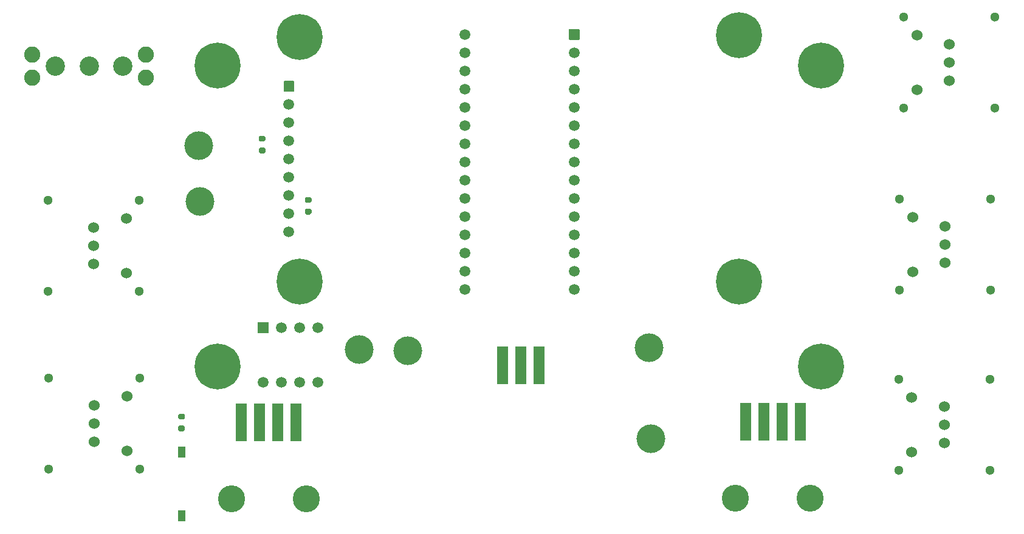
<source format=gbs>
G04 #@! TF.GenerationSoftware,KiCad,Pcbnew,(5.1.9-0-10_14)*
G04 #@! TF.CreationDate,2021-01-09T19:18:04-08:00*
G04 #@! TF.ProjectId,schematic,73636865-6d61-4746-9963-2e6b69636164,rev?*
G04 #@! TF.SameCoordinates,Original*
G04 #@! TF.FileFunction,Soldermask,Bot*
G04 #@! TF.FilePolarity,Negative*
%FSLAX46Y46*%
G04 Gerber Fmt 4.6, Leading zero omitted, Abs format (unit mm)*
G04 Created by KiCad (PCBNEW (5.1.9-0-10_14)) date 2021-01-09 19:18:04*
%MOMM*%
%LPD*%
G01*
G04 APERTURE LIST*
%ADD10C,1.511200*%
%ADD11C,3.760000*%
%ADD12R,1.650000X5.330000*%
%ADD13C,1.300000*%
%ADD14C,1.524000*%
%ADD15C,4.000000*%
%ADD16C,1.498600*%
%ADD17R,1.498600X1.498600*%
%ADD18C,6.400000*%
%ADD19C,2.250000*%
%ADD20C,2.700000*%
%ADD21R,1.100000X1.500000*%
G04 APERTURE END LIST*
G36*
G01*
X106553779Y-118397340D02*
X107103779Y-118397340D01*
G75*
G02*
X107303779Y-118597340I0J-200000D01*
G01*
X107303779Y-118997340D01*
G75*
G02*
X107103779Y-119197340I-200000J0D01*
G01*
X106553779Y-119197340D01*
G75*
G02*
X106353779Y-118997340I0J200000D01*
G01*
X106353779Y-118597340D01*
G75*
G02*
X106553779Y-118397340I200000J0D01*
G01*
G37*
G36*
G01*
X106553779Y-116747340D02*
X107103779Y-116747340D01*
G75*
G02*
X107303779Y-116947340I0J-200000D01*
G01*
X107303779Y-117347340D01*
G75*
G02*
X107103779Y-117547340I-200000J0D01*
G01*
X106553779Y-117547340D01*
G75*
G02*
X106353779Y-117347340I0J200000D01*
G01*
X106353779Y-116947340D01*
G75*
G02*
X106553779Y-116747340I200000J0D01*
G01*
G37*
G36*
G01*
X124192620Y-88151520D02*
X124742620Y-88151520D01*
G75*
G02*
X124942620Y-88351520I0J-200000D01*
G01*
X124942620Y-88751520D01*
G75*
G02*
X124742620Y-88951520I-200000J0D01*
G01*
X124192620Y-88951520D01*
G75*
G02*
X123992620Y-88751520I0J200000D01*
G01*
X123992620Y-88351520D01*
G75*
G02*
X124192620Y-88151520I200000J0D01*
G01*
G37*
G36*
G01*
X124192620Y-86501520D02*
X124742620Y-86501520D01*
G75*
G02*
X124942620Y-86701520I0J-200000D01*
G01*
X124942620Y-87101520D01*
G75*
G02*
X124742620Y-87301520I-200000J0D01*
G01*
X124192620Y-87301520D01*
G75*
G02*
X123992620Y-87101520I0J200000D01*
G01*
X123992620Y-86701520D01*
G75*
G02*
X124192620Y-86501520I200000J0D01*
G01*
G37*
G36*
G01*
X117784200Y-79615000D02*
X118334200Y-79615000D01*
G75*
G02*
X118534200Y-79815000I0J-200000D01*
G01*
X118534200Y-80215000D01*
G75*
G02*
X118334200Y-80415000I-200000J0D01*
G01*
X117784200Y-80415000D01*
G75*
G02*
X117584200Y-80215000I0J200000D01*
G01*
X117584200Y-79815000D01*
G75*
G02*
X117784200Y-79615000I200000J0D01*
G01*
G37*
G36*
G01*
X117784200Y-77965000D02*
X118334200Y-77965000D01*
G75*
G02*
X118534200Y-78165000I0J-200000D01*
G01*
X118534200Y-78565000D01*
G75*
G02*
X118334200Y-78765000I-200000J0D01*
G01*
X117784200Y-78765000D01*
G75*
G02*
X117584200Y-78565000I0J200000D01*
G01*
X117584200Y-78165000D01*
G75*
G02*
X117784200Y-77965000I200000J0D01*
G01*
G37*
D10*
X146281140Y-63825120D03*
X146281140Y-66365120D03*
X146281140Y-68905120D03*
X146281140Y-71445120D03*
X146281140Y-73985120D03*
X146281140Y-76525120D03*
X146281140Y-79065120D03*
X146281140Y-81605120D03*
X146281140Y-84145120D03*
X146281140Y-86685120D03*
X146281140Y-89225120D03*
X146281140Y-91765120D03*
X146281140Y-94305120D03*
X146281140Y-96845120D03*
X146281140Y-99385120D03*
X161521140Y-99385120D03*
X161521140Y-96845120D03*
X161521140Y-94305120D03*
X161521140Y-91765120D03*
X161521140Y-89225120D03*
X161521140Y-86685120D03*
X161521140Y-84145120D03*
X161521140Y-81605120D03*
X161521140Y-79065120D03*
X161521140Y-76525120D03*
X161521140Y-73985120D03*
X161521140Y-71445120D03*
X161521140Y-68905120D03*
X161521140Y-66365120D03*
G36*
G01*
X162276740Y-63171120D02*
X162276740Y-64479120D01*
G75*
G02*
X162175140Y-64580720I-101600J0D01*
G01*
X160867140Y-64580720D01*
G75*
G02*
X160765540Y-64479120I0J101600D01*
G01*
X160765540Y-63171120D01*
G75*
G02*
X160867140Y-63069520I101600J0D01*
G01*
X162175140Y-63069520D01*
G75*
G02*
X162276740Y-63171120I0J-101600D01*
G01*
G37*
D11*
X194411000Y-128548000D03*
X183991000Y-128548000D03*
D12*
X193011000Y-117858000D03*
X190471000Y-117858000D03*
X187931000Y-117858000D03*
X185391000Y-117858000D03*
D11*
X124205000Y-128606000D03*
X113785000Y-128606000D03*
D12*
X122805000Y-117916000D03*
X120265000Y-117916000D03*
X117725000Y-117916000D03*
X115185000Y-117916000D03*
X156606240Y-110020960D03*
X154066240Y-110020960D03*
X151526240Y-110020960D03*
D13*
X220159580Y-61422280D03*
X207459580Y-61422280D03*
X207459580Y-74122280D03*
X220159580Y-74122280D03*
D14*
X213809580Y-70312280D03*
X213809580Y-67772280D03*
X213809580Y-65232280D03*
X209309580Y-63962280D03*
X209309580Y-71582280D03*
D13*
X219415360Y-111970820D03*
X206715360Y-111970820D03*
X206715360Y-124670820D03*
X219415360Y-124670820D03*
D14*
X213065360Y-120860820D03*
X213065360Y-118320820D03*
X213065360Y-115780820D03*
X208565360Y-114510820D03*
X208565360Y-122130820D03*
D13*
X88336120Y-124472700D03*
X101036120Y-124472700D03*
X101036120Y-111772700D03*
X88336120Y-111772700D03*
D14*
X94686120Y-115582700D03*
X94686120Y-118122700D03*
X94686120Y-120662700D03*
X99186120Y-121932700D03*
X99186120Y-114312700D03*
D13*
X88259920Y-99636580D03*
X100959920Y-99636580D03*
X100959920Y-86936580D03*
X88259920Y-86936580D03*
D14*
X94609920Y-90746580D03*
X94609920Y-93286580D03*
X94609920Y-95826580D03*
X99109920Y-97096580D03*
X99109920Y-89476580D03*
D13*
X219565220Y-86781640D03*
X206865220Y-86781640D03*
X206865220Y-99481640D03*
X219565220Y-99481640D03*
D14*
X213215220Y-95671640D03*
X213215220Y-93131640D03*
X213215220Y-90591640D03*
X208715220Y-89321640D03*
X208715220Y-96941640D03*
D15*
X109192060Y-79344520D03*
X109357160Y-87101680D03*
X131556760Y-107792520D03*
X138351260Y-107955080D03*
X172178980Y-120192800D03*
D10*
X121785380Y-91384120D03*
X121785380Y-88844120D03*
X121785380Y-86304120D03*
X121785380Y-83764120D03*
X121785380Y-81224120D03*
X121785380Y-78684120D03*
X121785380Y-76144120D03*
X121785380Y-73604120D03*
G36*
G01*
X121029780Y-71718120D02*
X121029780Y-70410120D01*
G75*
G02*
X121131380Y-70308520I101600J0D01*
G01*
X122439380Y-70308520D01*
G75*
G02*
X122540980Y-70410120I0J-101600D01*
G01*
X122540980Y-71718120D01*
G75*
G02*
X122439380Y-71819720I-101600J0D01*
G01*
X121131380Y-71819720D01*
G75*
G02*
X121029780Y-71718120I0J101600D01*
G01*
G37*
D16*
X118207000Y-112336000D03*
X120747000Y-112336000D03*
X123287000Y-112336000D03*
X125827000Y-112336000D03*
X125827000Y-104716000D03*
X123287000Y-104716000D03*
X120747000Y-104716000D03*
D17*
X118207000Y-104716000D03*
D18*
X195874640Y-68150740D03*
X195877180Y-110169960D03*
X111879380Y-110162340D03*
X111879380Y-68178680D03*
X123278900Y-64170560D03*
X184470040Y-98272600D03*
X123286520Y-98272600D03*
X184470040Y-63949580D03*
D15*
X171964000Y-107524000D03*
D19*
X101853060Y-66649800D03*
X101853060Y-69849800D03*
X86053060Y-69849800D03*
X86053060Y-66649800D03*
D20*
X98653060Y-68249800D03*
X93953060Y-68249800D03*
X89253060Y-68249800D03*
D21*
X106842100Y-130997760D03*
X106842100Y-122097760D03*
M02*

</source>
